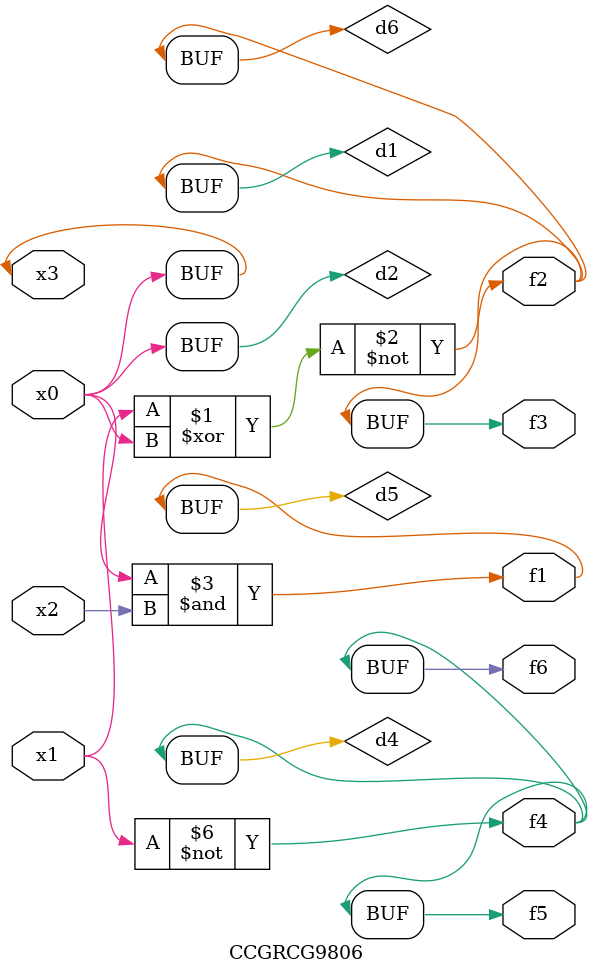
<source format=v>
module CCGRCG9806(
	input x0, x1, x2, x3,
	output f1, f2, f3, f4, f5, f6
);

	wire d1, d2, d3, d4, d5, d6;

	xnor (d1, x1, x3);
	buf (d2, x0, x3);
	nand (d3, x0, x2);
	not (d4, x1);
	nand (d5, d3);
	or (d6, d1);
	assign f1 = d5;
	assign f2 = d6;
	assign f3 = d6;
	assign f4 = d4;
	assign f5 = d4;
	assign f6 = d4;
endmodule

</source>
